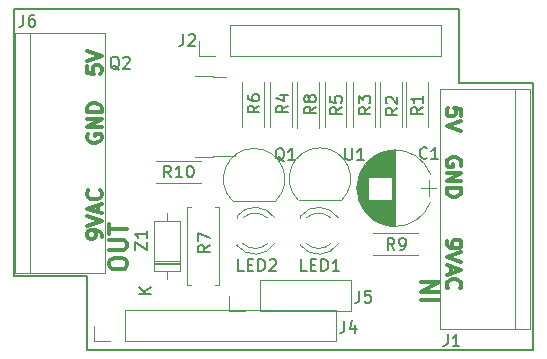
<source format=gto>
G04 #@! TF.GenerationSoftware,KiCad,Pcbnew,7.0.1-3b83917a11~172~ubuntu20.04.1*
G04 #@! TF.CreationDate,2023-04-02T22:20:07+02:00*
G04 #@! TF.ProjectId,C64Saver2,43363453-6176-4657-9232-2e6b69636164,2.6*
G04 #@! TF.SameCoordinates,Original*
G04 #@! TF.FileFunction,Legend,Top*
G04 #@! TF.FilePolarity,Positive*
%FSLAX46Y46*%
G04 Gerber Fmt 4.6, Leading zero omitted, Abs format (unit mm)*
G04 Created by KiCad (PCBNEW 7.0.1-3b83917a11~172~ubuntu20.04.1) date 2023-04-02 22:20:07*
%MOMM*%
%LPD*%
G01*
G04 APERTURE LIST*
%ADD10C,0.300000*%
%ADD11C,0.150000*%
%ADD12C,0.120000*%
G04 #@! TA.AperFunction,Profile*
%ADD13C,0.150000*%
G04 #@! TD*
G04 APERTURE END LIST*
D10*
X146648273Y-88503094D02*
X146648273Y-89098332D01*
X146648273Y-89098332D02*
X147243511Y-89157856D01*
X147243511Y-89157856D02*
X147183988Y-89098332D01*
X147183988Y-89098332D02*
X147124464Y-88979285D01*
X147124464Y-88979285D02*
X147124464Y-88681666D01*
X147124464Y-88681666D02*
X147183988Y-88562618D01*
X147183988Y-88562618D02*
X147243511Y-88503094D01*
X147243511Y-88503094D02*
X147362559Y-88443571D01*
X147362559Y-88443571D02*
X147660178Y-88443571D01*
X147660178Y-88443571D02*
X147779226Y-88503094D01*
X147779226Y-88503094D02*
X147838750Y-88562618D01*
X147838750Y-88562618D02*
X147898273Y-88681666D01*
X147898273Y-88681666D02*
X147898273Y-88979285D01*
X147898273Y-88979285D02*
X147838750Y-89098332D01*
X147838750Y-89098332D02*
X147779226Y-89157856D01*
X146648273Y-88086428D02*
X147898273Y-87669761D01*
X147898273Y-87669761D02*
X146648273Y-87253095D01*
X146707797Y-94297381D02*
X146648273Y-94416428D01*
X146648273Y-94416428D02*
X146648273Y-94595000D01*
X146648273Y-94595000D02*
X146707797Y-94773571D01*
X146707797Y-94773571D02*
X146826845Y-94892619D01*
X146826845Y-94892619D02*
X146945892Y-94952142D01*
X146945892Y-94952142D02*
X147183988Y-95011666D01*
X147183988Y-95011666D02*
X147362559Y-95011666D01*
X147362559Y-95011666D02*
X147600654Y-94952142D01*
X147600654Y-94952142D02*
X147719702Y-94892619D01*
X147719702Y-94892619D02*
X147838750Y-94773571D01*
X147838750Y-94773571D02*
X147898273Y-94595000D01*
X147898273Y-94595000D02*
X147898273Y-94475952D01*
X147898273Y-94475952D02*
X147838750Y-94297381D01*
X147838750Y-94297381D02*
X147779226Y-94237857D01*
X147779226Y-94237857D02*
X147362559Y-94237857D01*
X147362559Y-94237857D02*
X147362559Y-94475952D01*
X147898273Y-93702142D02*
X146648273Y-93702142D01*
X146648273Y-93702142D02*
X147898273Y-92987857D01*
X147898273Y-92987857D02*
X146648273Y-92987857D01*
X147898273Y-92392618D02*
X146648273Y-92392618D01*
X146648273Y-92392618D02*
X146648273Y-92094999D01*
X146648273Y-92094999D02*
X146707797Y-91916428D01*
X146707797Y-91916428D02*
X146826845Y-91797380D01*
X146826845Y-91797380D02*
X146945892Y-91737857D01*
X146945892Y-91737857D02*
X147183988Y-91678333D01*
X147183988Y-91678333D02*
X147362559Y-91678333D01*
X147362559Y-91678333D02*
X147600654Y-91737857D01*
X147600654Y-91737857D02*
X147719702Y-91797380D01*
X147719702Y-91797380D02*
X147838750Y-91916428D01*
X147838750Y-91916428D02*
X147898273Y-92094999D01*
X147898273Y-92094999D02*
X147898273Y-92392618D01*
X147898273Y-103026524D02*
X147898273Y-102788428D01*
X147898273Y-102788428D02*
X147838750Y-102669381D01*
X147838750Y-102669381D02*
X147779226Y-102609857D01*
X147779226Y-102609857D02*
X147600654Y-102490809D01*
X147600654Y-102490809D02*
X147362559Y-102431286D01*
X147362559Y-102431286D02*
X146886369Y-102431286D01*
X146886369Y-102431286D02*
X146767321Y-102490809D01*
X146767321Y-102490809D02*
X146707797Y-102550333D01*
X146707797Y-102550333D02*
X146648273Y-102669381D01*
X146648273Y-102669381D02*
X146648273Y-102907476D01*
X146648273Y-102907476D02*
X146707797Y-103026524D01*
X146707797Y-103026524D02*
X146767321Y-103086047D01*
X146767321Y-103086047D02*
X146886369Y-103145571D01*
X146886369Y-103145571D02*
X147183988Y-103145571D01*
X147183988Y-103145571D02*
X147303035Y-103086047D01*
X147303035Y-103086047D02*
X147362559Y-103026524D01*
X147362559Y-103026524D02*
X147422083Y-102907476D01*
X147422083Y-102907476D02*
X147422083Y-102669381D01*
X147422083Y-102669381D02*
X147362559Y-102550333D01*
X147362559Y-102550333D02*
X147303035Y-102490809D01*
X147303035Y-102490809D02*
X147183988Y-102431286D01*
X146648273Y-102074143D02*
X147898273Y-101657476D01*
X147898273Y-101657476D02*
X146648273Y-101240810D01*
X147541130Y-100883666D02*
X147541130Y-100288428D01*
X147898273Y-101002714D02*
X146648273Y-100586047D01*
X146648273Y-100586047D02*
X147898273Y-100169381D01*
X147779226Y-99038428D02*
X147838750Y-99097952D01*
X147838750Y-99097952D02*
X147898273Y-99276523D01*
X147898273Y-99276523D02*
X147898273Y-99395571D01*
X147898273Y-99395571D02*
X147838750Y-99574142D01*
X147838750Y-99574142D02*
X147719702Y-99693190D01*
X147719702Y-99693190D02*
X147600654Y-99752713D01*
X147600654Y-99752713D02*
X147362559Y-99812237D01*
X147362559Y-99812237D02*
X147183988Y-99812237D01*
X147183988Y-99812237D02*
X146945892Y-99752713D01*
X146945892Y-99752713D02*
X146826845Y-99693190D01*
X146826845Y-99693190D02*
X146707797Y-99574142D01*
X146707797Y-99574142D02*
X146648273Y-99395571D01*
X146648273Y-99395571D02*
X146648273Y-99276523D01*
X146648273Y-99276523D02*
X146707797Y-99097952D01*
X146707797Y-99097952D02*
X146767321Y-99038428D01*
X148545928Y-105385999D02*
X148545928Y-105100285D01*
X148545928Y-105100285D02*
X148617357Y-104957428D01*
X148617357Y-104957428D02*
X148760214Y-104814571D01*
X148760214Y-104814571D02*
X149045928Y-104743142D01*
X149045928Y-104743142D02*
X149545928Y-104743142D01*
X149545928Y-104743142D02*
X149831642Y-104814571D01*
X149831642Y-104814571D02*
X149974500Y-104957428D01*
X149974500Y-104957428D02*
X150045928Y-105100285D01*
X150045928Y-105100285D02*
X150045928Y-105385999D01*
X150045928Y-105385999D02*
X149974500Y-105528857D01*
X149974500Y-105528857D02*
X149831642Y-105671714D01*
X149831642Y-105671714D02*
X149545928Y-105743142D01*
X149545928Y-105743142D02*
X149045928Y-105743142D01*
X149045928Y-105743142D02*
X148760214Y-105671714D01*
X148760214Y-105671714D02*
X148617357Y-105528857D01*
X148617357Y-105528857D02*
X148545928Y-105385999D01*
X148545928Y-104100285D02*
X149760214Y-104100285D01*
X149760214Y-104100285D02*
X149903071Y-104028856D01*
X149903071Y-104028856D02*
X149974500Y-103957428D01*
X149974500Y-103957428D02*
X150045928Y-103814570D01*
X150045928Y-103814570D02*
X150045928Y-103528856D01*
X150045928Y-103528856D02*
X149974500Y-103385999D01*
X149974500Y-103385999D02*
X149903071Y-103314570D01*
X149903071Y-103314570D02*
X149760214Y-103243142D01*
X149760214Y-103243142D02*
X148545928Y-103243142D01*
X148545928Y-102743141D02*
X148545928Y-101885999D01*
X150045928Y-102314570D02*
X148545928Y-102314570D01*
X176461928Y-108354714D02*
X174961928Y-108354714D01*
X176461928Y-107640428D02*
X174961928Y-107640428D01*
X174961928Y-107640428D02*
X176461928Y-106783285D01*
X176461928Y-106783285D02*
X174961928Y-106783285D01*
X178285202Y-96964618D02*
X178344726Y-96845571D01*
X178344726Y-96845571D02*
X178344726Y-96666999D01*
X178344726Y-96666999D02*
X178285202Y-96488428D01*
X178285202Y-96488428D02*
X178166154Y-96369380D01*
X178166154Y-96369380D02*
X178047107Y-96309857D01*
X178047107Y-96309857D02*
X177809011Y-96250333D01*
X177809011Y-96250333D02*
X177630440Y-96250333D01*
X177630440Y-96250333D02*
X177392345Y-96309857D01*
X177392345Y-96309857D02*
X177273297Y-96369380D01*
X177273297Y-96369380D02*
X177154250Y-96488428D01*
X177154250Y-96488428D02*
X177094726Y-96666999D01*
X177094726Y-96666999D02*
X177094726Y-96786047D01*
X177094726Y-96786047D02*
X177154250Y-96964618D01*
X177154250Y-96964618D02*
X177213773Y-97024142D01*
X177213773Y-97024142D02*
X177630440Y-97024142D01*
X177630440Y-97024142D02*
X177630440Y-96786047D01*
X177094726Y-97559857D02*
X178344726Y-97559857D01*
X178344726Y-97559857D02*
X177094726Y-98274142D01*
X177094726Y-98274142D02*
X178344726Y-98274142D01*
X177094726Y-98869381D02*
X178344726Y-98869381D01*
X178344726Y-98869381D02*
X178344726Y-99167000D01*
X178344726Y-99167000D02*
X178285202Y-99345571D01*
X178285202Y-99345571D02*
X178166154Y-99464619D01*
X178166154Y-99464619D02*
X178047107Y-99524142D01*
X178047107Y-99524142D02*
X177809011Y-99583666D01*
X177809011Y-99583666D02*
X177630440Y-99583666D01*
X177630440Y-99583666D02*
X177392345Y-99524142D01*
X177392345Y-99524142D02*
X177273297Y-99464619D01*
X177273297Y-99464619D02*
X177154250Y-99345571D01*
X177154250Y-99345571D02*
X177094726Y-99167000D01*
X177094726Y-99167000D02*
X177094726Y-98869381D01*
X177094726Y-103348475D02*
X177094726Y-103586571D01*
X177094726Y-103586571D02*
X177154250Y-103705618D01*
X177154250Y-103705618D02*
X177213773Y-103765142D01*
X177213773Y-103765142D02*
X177392345Y-103884190D01*
X177392345Y-103884190D02*
X177630440Y-103943713D01*
X177630440Y-103943713D02*
X178106630Y-103943713D01*
X178106630Y-103943713D02*
X178225678Y-103884190D01*
X178225678Y-103884190D02*
X178285202Y-103824666D01*
X178285202Y-103824666D02*
X178344726Y-103705618D01*
X178344726Y-103705618D02*
X178344726Y-103467523D01*
X178344726Y-103467523D02*
X178285202Y-103348475D01*
X178285202Y-103348475D02*
X178225678Y-103288952D01*
X178225678Y-103288952D02*
X178106630Y-103229428D01*
X178106630Y-103229428D02*
X177809011Y-103229428D01*
X177809011Y-103229428D02*
X177689964Y-103288952D01*
X177689964Y-103288952D02*
X177630440Y-103348475D01*
X177630440Y-103348475D02*
X177570916Y-103467523D01*
X177570916Y-103467523D02*
X177570916Y-103705618D01*
X177570916Y-103705618D02*
X177630440Y-103824666D01*
X177630440Y-103824666D02*
X177689964Y-103884190D01*
X177689964Y-103884190D02*
X177809011Y-103943713D01*
X178344726Y-104300856D02*
X177094726Y-104717523D01*
X177094726Y-104717523D02*
X178344726Y-105134189D01*
X177451869Y-105491333D02*
X177451869Y-106086571D01*
X177094726Y-105372285D02*
X178344726Y-105788952D01*
X178344726Y-105788952D02*
X177094726Y-106205618D01*
X177213773Y-107336571D02*
X177154250Y-107277047D01*
X177154250Y-107277047D02*
X177094726Y-107098476D01*
X177094726Y-107098476D02*
X177094726Y-106979428D01*
X177094726Y-106979428D02*
X177154250Y-106800857D01*
X177154250Y-106800857D02*
X177273297Y-106681809D01*
X177273297Y-106681809D02*
X177392345Y-106622286D01*
X177392345Y-106622286D02*
X177630440Y-106562762D01*
X177630440Y-106562762D02*
X177809011Y-106562762D01*
X177809011Y-106562762D02*
X178047107Y-106622286D01*
X178047107Y-106622286D02*
X178166154Y-106681809D01*
X178166154Y-106681809D02*
X178285202Y-106800857D01*
X178285202Y-106800857D02*
X178344726Y-106979428D01*
X178344726Y-106979428D02*
X178344726Y-107098476D01*
X178344726Y-107098476D02*
X178285202Y-107277047D01*
X178285202Y-107277047D02*
X178225678Y-107336571D01*
X178344726Y-92725905D02*
X178344726Y-92130667D01*
X178344726Y-92130667D02*
X177749488Y-92071143D01*
X177749488Y-92071143D02*
X177809011Y-92130667D01*
X177809011Y-92130667D02*
X177868535Y-92249714D01*
X177868535Y-92249714D02*
X177868535Y-92547333D01*
X177868535Y-92547333D02*
X177809011Y-92666381D01*
X177809011Y-92666381D02*
X177749488Y-92725905D01*
X177749488Y-92725905D02*
X177630440Y-92785428D01*
X177630440Y-92785428D02*
X177332821Y-92785428D01*
X177332821Y-92785428D02*
X177213773Y-92725905D01*
X177213773Y-92725905D02*
X177154250Y-92666381D01*
X177154250Y-92666381D02*
X177094726Y-92547333D01*
X177094726Y-92547333D02*
X177094726Y-92249714D01*
X177094726Y-92249714D02*
X177154250Y-92130667D01*
X177154250Y-92130667D02*
X177213773Y-92071143D01*
X178344726Y-93142571D02*
X177094726Y-93559238D01*
X177094726Y-93559238D02*
X178344726Y-93975904D01*
D11*
X141271666Y-84171619D02*
X141271666Y-84885904D01*
X141271666Y-84885904D02*
X141224047Y-85028761D01*
X141224047Y-85028761D02*
X141128809Y-85124000D01*
X141128809Y-85124000D02*
X140985952Y-85171619D01*
X140985952Y-85171619D02*
X140890714Y-85171619D01*
X142176428Y-84171619D02*
X141985952Y-84171619D01*
X141985952Y-84171619D02*
X141890714Y-84219238D01*
X141890714Y-84219238D02*
X141843095Y-84266857D01*
X141843095Y-84266857D02*
X141747857Y-84409714D01*
X141747857Y-84409714D02*
X141700238Y-84600190D01*
X141700238Y-84600190D02*
X141700238Y-84981142D01*
X141700238Y-84981142D02*
X141747857Y-85076380D01*
X141747857Y-85076380D02*
X141795476Y-85124000D01*
X141795476Y-85124000D02*
X141890714Y-85171619D01*
X141890714Y-85171619D02*
X142081190Y-85171619D01*
X142081190Y-85171619D02*
X142176428Y-85124000D01*
X142176428Y-85124000D02*
X142224047Y-85076380D01*
X142224047Y-85076380D02*
X142271666Y-84981142D01*
X142271666Y-84981142D02*
X142271666Y-84743047D01*
X142271666Y-84743047D02*
X142224047Y-84647809D01*
X142224047Y-84647809D02*
X142176428Y-84600190D01*
X142176428Y-84600190D02*
X142081190Y-84552571D01*
X142081190Y-84552571D02*
X141890714Y-84552571D01*
X141890714Y-84552571D02*
X141795476Y-84600190D01*
X141795476Y-84600190D02*
X141747857Y-84647809D01*
X141747857Y-84647809D02*
X141700238Y-84743047D01*
X177184726Y-111222619D02*
X177184726Y-111936904D01*
X177184726Y-111936904D02*
X177137107Y-112079761D01*
X177137107Y-112079761D02*
X177041869Y-112175000D01*
X177041869Y-112175000D02*
X176899012Y-112222619D01*
X176899012Y-112222619D02*
X176803774Y-112222619D01*
X178184726Y-112222619D02*
X177613298Y-112222619D01*
X177899012Y-112222619D02*
X177899012Y-111222619D01*
X177899012Y-111222619D02*
X177803774Y-111365476D01*
X177803774Y-111365476D02*
X177708536Y-111460714D01*
X177708536Y-111460714D02*
X177613298Y-111508333D01*
X175432269Y-96290470D02*
X175384650Y-96338090D01*
X175384650Y-96338090D02*
X175241793Y-96385709D01*
X175241793Y-96385709D02*
X175146555Y-96385709D01*
X175146555Y-96385709D02*
X175003698Y-96338090D01*
X175003698Y-96338090D02*
X174908460Y-96242851D01*
X174908460Y-96242851D02*
X174860841Y-96147613D01*
X174860841Y-96147613D02*
X174813222Y-95957137D01*
X174813222Y-95957137D02*
X174813222Y-95814280D01*
X174813222Y-95814280D02*
X174860841Y-95623804D01*
X174860841Y-95623804D02*
X174908460Y-95528566D01*
X174908460Y-95528566D02*
X175003698Y-95433328D01*
X175003698Y-95433328D02*
X175146555Y-95385709D01*
X175146555Y-95385709D02*
X175241793Y-95385709D01*
X175241793Y-95385709D02*
X175384650Y-95433328D01*
X175384650Y-95433328D02*
X175432269Y-95480947D01*
X176384650Y-96385709D02*
X175813222Y-96385709D01*
X176098936Y-96385709D02*
X176098936Y-95385709D01*
X176098936Y-95385709D02*
X176003698Y-95528566D01*
X176003698Y-95528566D02*
X175908460Y-95623804D01*
X175908460Y-95623804D02*
X175813222Y-95671423D01*
X149380361Y-88822857D02*
X149285123Y-88775238D01*
X149285123Y-88775238D02*
X149189885Y-88680000D01*
X149189885Y-88680000D02*
X149047028Y-88537142D01*
X149047028Y-88537142D02*
X148951790Y-88489523D01*
X148951790Y-88489523D02*
X148856552Y-88489523D01*
X148904171Y-88727619D02*
X148808933Y-88680000D01*
X148808933Y-88680000D02*
X148713695Y-88584761D01*
X148713695Y-88584761D02*
X148666076Y-88394285D01*
X148666076Y-88394285D02*
X148666076Y-88060952D01*
X148666076Y-88060952D02*
X148713695Y-87870476D01*
X148713695Y-87870476D02*
X148808933Y-87775238D01*
X148808933Y-87775238D02*
X148904171Y-87727619D01*
X148904171Y-87727619D02*
X149094647Y-87727619D01*
X149094647Y-87727619D02*
X149189885Y-87775238D01*
X149189885Y-87775238D02*
X149285123Y-87870476D01*
X149285123Y-87870476D02*
X149332742Y-88060952D01*
X149332742Y-88060952D02*
X149332742Y-88394285D01*
X149332742Y-88394285D02*
X149285123Y-88584761D01*
X149285123Y-88584761D02*
X149189885Y-88680000D01*
X149189885Y-88680000D02*
X149094647Y-88727619D01*
X149094647Y-88727619D02*
X148904171Y-88727619D01*
X149713695Y-87822857D02*
X149761314Y-87775238D01*
X149761314Y-87775238D02*
X149856552Y-87727619D01*
X149856552Y-87727619D02*
X150094647Y-87727619D01*
X150094647Y-87727619D02*
X150189885Y-87775238D01*
X150189885Y-87775238D02*
X150237504Y-87822857D01*
X150237504Y-87822857D02*
X150285123Y-87918095D01*
X150285123Y-87918095D02*
X150285123Y-88013333D01*
X150285123Y-88013333D02*
X150237504Y-88156190D01*
X150237504Y-88156190D02*
X149666076Y-88727619D01*
X149666076Y-88727619D02*
X150285123Y-88727619D01*
X154816666Y-85822619D02*
X154816666Y-86536904D01*
X154816666Y-86536904D02*
X154769047Y-86679761D01*
X154769047Y-86679761D02*
X154673809Y-86775000D01*
X154673809Y-86775000D02*
X154530952Y-86822619D01*
X154530952Y-86822619D02*
X154435714Y-86822619D01*
X155245238Y-85917857D02*
X155292857Y-85870238D01*
X155292857Y-85870238D02*
X155388095Y-85822619D01*
X155388095Y-85822619D02*
X155626190Y-85822619D01*
X155626190Y-85822619D02*
X155721428Y-85870238D01*
X155721428Y-85870238D02*
X155769047Y-85917857D01*
X155769047Y-85917857D02*
X155816666Y-86013095D01*
X155816666Y-86013095D02*
X155816666Y-86108333D01*
X155816666Y-86108333D02*
X155769047Y-86251190D01*
X155769047Y-86251190D02*
X155197619Y-86822619D01*
X155197619Y-86822619D02*
X155816666Y-86822619D01*
X168449666Y-110079619D02*
X168449666Y-110793904D01*
X168449666Y-110793904D02*
X168402047Y-110936761D01*
X168402047Y-110936761D02*
X168306809Y-111032000D01*
X168306809Y-111032000D02*
X168163952Y-111079619D01*
X168163952Y-111079619D02*
X168068714Y-111079619D01*
X169354428Y-110412952D02*
X169354428Y-111079619D01*
X169116333Y-110032000D02*
X168878238Y-110746285D01*
X168878238Y-110746285D02*
X169497285Y-110746285D01*
X169719666Y-107539619D02*
X169719666Y-108253904D01*
X169719666Y-108253904D02*
X169672047Y-108396761D01*
X169672047Y-108396761D02*
X169576809Y-108492000D01*
X169576809Y-108492000D02*
X169433952Y-108539619D01*
X169433952Y-108539619D02*
X169338714Y-108539619D01*
X170672047Y-107539619D02*
X170195857Y-107539619D01*
X170195857Y-107539619D02*
X170148238Y-108015809D01*
X170148238Y-108015809D02*
X170195857Y-107968190D01*
X170195857Y-107968190D02*
X170291095Y-107920571D01*
X170291095Y-107920571D02*
X170529190Y-107920571D01*
X170529190Y-107920571D02*
X170624428Y-107968190D01*
X170624428Y-107968190D02*
X170672047Y-108015809D01*
X170672047Y-108015809D02*
X170719666Y-108111047D01*
X170719666Y-108111047D02*
X170719666Y-108349142D01*
X170719666Y-108349142D02*
X170672047Y-108444380D01*
X170672047Y-108444380D02*
X170624428Y-108492000D01*
X170624428Y-108492000D02*
X170529190Y-108539619D01*
X170529190Y-108539619D02*
X170291095Y-108539619D01*
X170291095Y-108539619D02*
X170195857Y-108492000D01*
X170195857Y-108492000D02*
X170148238Y-108444380D01*
X175087619Y-91987666D02*
X174611428Y-92320999D01*
X175087619Y-92559094D02*
X174087619Y-92559094D01*
X174087619Y-92559094D02*
X174087619Y-92178142D01*
X174087619Y-92178142D02*
X174135238Y-92082904D01*
X174135238Y-92082904D02*
X174182857Y-92035285D01*
X174182857Y-92035285D02*
X174278095Y-91987666D01*
X174278095Y-91987666D02*
X174420952Y-91987666D01*
X174420952Y-91987666D02*
X174516190Y-92035285D01*
X174516190Y-92035285D02*
X174563809Y-92082904D01*
X174563809Y-92082904D02*
X174611428Y-92178142D01*
X174611428Y-92178142D02*
X174611428Y-92559094D01*
X175087619Y-91035285D02*
X175087619Y-91606713D01*
X175087619Y-91320999D02*
X174087619Y-91320999D01*
X174087619Y-91320999D02*
X174230476Y-91416237D01*
X174230476Y-91416237D02*
X174325714Y-91511475D01*
X174325714Y-91511475D02*
X174373333Y-91606713D01*
X172928619Y-92063866D02*
X172452428Y-92397199D01*
X172928619Y-92635294D02*
X171928619Y-92635294D01*
X171928619Y-92635294D02*
X171928619Y-92254342D01*
X171928619Y-92254342D02*
X171976238Y-92159104D01*
X171976238Y-92159104D02*
X172023857Y-92111485D01*
X172023857Y-92111485D02*
X172119095Y-92063866D01*
X172119095Y-92063866D02*
X172261952Y-92063866D01*
X172261952Y-92063866D02*
X172357190Y-92111485D01*
X172357190Y-92111485D02*
X172404809Y-92159104D01*
X172404809Y-92159104D02*
X172452428Y-92254342D01*
X172452428Y-92254342D02*
X172452428Y-92635294D01*
X172023857Y-91682913D02*
X171976238Y-91635294D01*
X171976238Y-91635294D02*
X171928619Y-91540056D01*
X171928619Y-91540056D02*
X171928619Y-91301961D01*
X171928619Y-91301961D02*
X171976238Y-91206723D01*
X171976238Y-91206723D02*
X172023857Y-91159104D01*
X172023857Y-91159104D02*
X172119095Y-91111485D01*
X172119095Y-91111485D02*
X172214333Y-91111485D01*
X172214333Y-91111485D02*
X172357190Y-91159104D01*
X172357190Y-91159104D02*
X172928619Y-91730532D01*
X172928619Y-91730532D02*
X172928619Y-91111485D01*
X170642619Y-91987666D02*
X170166428Y-92320999D01*
X170642619Y-92559094D02*
X169642619Y-92559094D01*
X169642619Y-92559094D02*
X169642619Y-92178142D01*
X169642619Y-92178142D02*
X169690238Y-92082904D01*
X169690238Y-92082904D02*
X169737857Y-92035285D01*
X169737857Y-92035285D02*
X169833095Y-91987666D01*
X169833095Y-91987666D02*
X169975952Y-91987666D01*
X169975952Y-91987666D02*
X170071190Y-92035285D01*
X170071190Y-92035285D02*
X170118809Y-92082904D01*
X170118809Y-92082904D02*
X170166428Y-92178142D01*
X170166428Y-92178142D02*
X170166428Y-92559094D01*
X169642619Y-91654332D02*
X169642619Y-91035285D01*
X169642619Y-91035285D02*
X170023571Y-91368618D01*
X170023571Y-91368618D02*
X170023571Y-91225761D01*
X170023571Y-91225761D02*
X170071190Y-91130523D01*
X170071190Y-91130523D02*
X170118809Y-91082904D01*
X170118809Y-91082904D02*
X170214047Y-91035285D01*
X170214047Y-91035285D02*
X170452142Y-91035285D01*
X170452142Y-91035285D02*
X170547380Y-91082904D01*
X170547380Y-91082904D02*
X170595000Y-91130523D01*
X170595000Y-91130523D02*
X170642619Y-91225761D01*
X170642619Y-91225761D02*
X170642619Y-91511475D01*
X170642619Y-91511475D02*
X170595000Y-91606713D01*
X170595000Y-91606713D02*
X170547380Y-91654332D01*
X163657619Y-91860666D02*
X163181428Y-92193999D01*
X163657619Y-92432094D02*
X162657619Y-92432094D01*
X162657619Y-92432094D02*
X162657619Y-92051142D01*
X162657619Y-92051142D02*
X162705238Y-91955904D01*
X162705238Y-91955904D02*
X162752857Y-91908285D01*
X162752857Y-91908285D02*
X162848095Y-91860666D01*
X162848095Y-91860666D02*
X162990952Y-91860666D01*
X162990952Y-91860666D02*
X163086190Y-91908285D01*
X163086190Y-91908285D02*
X163133809Y-91955904D01*
X163133809Y-91955904D02*
X163181428Y-92051142D01*
X163181428Y-92051142D02*
X163181428Y-92432094D01*
X162990952Y-91003523D02*
X163657619Y-91003523D01*
X162610000Y-91241618D02*
X163324285Y-91479713D01*
X163324285Y-91479713D02*
X163324285Y-90860666D01*
X168229619Y-91987666D02*
X167753428Y-92320999D01*
X168229619Y-92559094D02*
X167229619Y-92559094D01*
X167229619Y-92559094D02*
X167229619Y-92178142D01*
X167229619Y-92178142D02*
X167277238Y-92082904D01*
X167277238Y-92082904D02*
X167324857Y-92035285D01*
X167324857Y-92035285D02*
X167420095Y-91987666D01*
X167420095Y-91987666D02*
X167562952Y-91987666D01*
X167562952Y-91987666D02*
X167658190Y-92035285D01*
X167658190Y-92035285D02*
X167705809Y-92082904D01*
X167705809Y-92082904D02*
X167753428Y-92178142D01*
X167753428Y-92178142D02*
X167753428Y-92559094D01*
X167229619Y-91082904D02*
X167229619Y-91559094D01*
X167229619Y-91559094D02*
X167705809Y-91606713D01*
X167705809Y-91606713D02*
X167658190Y-91559094D01*
X167658190Y-91559094D02*
X167610571Y-91463856D01*
X167610571Y-91463856D02*
X167610571Y-91225761D01*
X167610571Y-91225761D02*
X167658190Y-91130523D01*
X167658190Y-91130523D02*
X167705809Y-91082904D01*
X167705809Y-91082904D02*
X167801047Y-91035285D01*
X167801047Y-91035285D02*
X168039142Y-91035285D01*
X168039142Y-91035285D02*
X168134380Y-91082904D01*
X168134380Y-91082904D02*
X168182000Y-91130523D01*
X168182000Y-91130523D02*
X168229619Y-91225761D01*
X168229619Y-91225761D02*
X168229619Y-91463856D01*
X168229619Y-91463856D02*
X168182000Y-91559094D01*
X168182000Y-91559094D02*
X168134380Y-91606713D01*
X161244619Y-91860666D02*
X160768428Y-92193999D01*
X161244619Y-92432094D02*
X160244619Y-92432094D01*
X160244619Y-92432094D02*
X160244619Y-92051142D01*
X160244619Y-92051142D02*
X160292238Y-91955904D01*
X160292238Y-91955904D02*
X160339857Y-91908285D01*
X160339857Y-91908285D02*
X160435095Y-91860666D01*
X160435095Y-91860666D02*
X160577952Y-91860666D01*
X160577952Y-91860666D02*
X160673190Y-91908285D01*
X160673190Y-91908285D02*
X160720809Y-91955904D01*
X160720809Y-91955904D02*
X160768428Y-92051142D01*
X160768428Y-92051142D02*
X160768428Y-92432094D01*
X160244619Y-91003523D02*
X160244619Y-91193999D01*
X160244619Y-91193999D02*
X160292238Y-91289237D01*
X160292238Y-91289237D02*
X160339857Y-91336856D01*
X160339857Y-91336856D02*
X160482714Y-91432094D01*
X160482714Y-91432094D02*
X160673190Y-91479713D01*
X160673190Y-91479713D02*
X161054142Y-91479713D01*
X161054142Y-91479713D02*
X161149380Y-91432094D01*
X161149380Y-91432094D02*
X161197000Y-91384475D01*
X161197000Y-91384475D02*
X161244619Y-91289237D01*
X161244619Y-91289237D02*
X161244619Y-91098761D01*
X161244619Y-91098761D02*
X161197000Y-91003523D01*
X161197000Y-91003523D02*
X161149380Y-90955904D01*
X161149380Y-90955904D02*
X161054142Y-90908285D01*
X161054142Y-90908285D02*
X160816047Y-90908285D01*
X160816047Y-90908285D02*
X160720809Y-90955904D01*
X160720809Y-90955904D02*
X160673190Y-91003523D01*
X160673190Y-91003523D02*
X160625571Y-91098761D01*
X160625571Y-91098761D02*
X160625571Y-91289237D01*
X160625571Y-91289237D02*
X160673190Y-91384475D01*
X160673190Y-91384475D02*
X160720809Y-91432094D01*
X160720809Y-91432094D02*
X160816047Y-91479713D01*
X157053619Y-103671666D02*
X156577428Y-104004999D01*
X157053619Y-104243094D02*
X156053619Y-104243094D01*
X156053619Y-104243094D02*
X156053619Y-103862142D01*
X156053619Y-103862142D02*
X156101238Y-103766904D01*
X156101238Y-103766904D02*
X156148857Y-103719285D01*
X156148857Y-103719285D02*
X156244095Y-103671666D01*
X156244095Y-103671666D02*
X156386952Y-103671666D01*
X156386952Y-103671666D02*
X156482190Y-103719285D01*
X156482190Y-103719285D02*
X156529809Y-103766904D01*
X156529809Y-103766904D02*
X156577428Y-103862142D01*
X156577428Y-103862142D02*
X156577428Y-104243094D01*
X156053619Y-103338332D02*
X156053619Y-102671666D01*
X156053619Y-102671666D02*
X157053619Y-103100237D01*
X166019819Y-91962266D02*
X165543628Y-92295599D01*
X166019819Y-92533694D02*
X165019819Y-92533694D01*
X165019819Y-92533694D02*
X165019819Y-92152742D01*
X165019819Y-92152742D02*
X165067438Y-92057504D01*
X165067438Y-92057504D02*
X165115057Y-92009885D01*
X165115057Y-92009885D02*
X165210295Y-91962266D01*
X165210295Y-91962266D02*
X165353152Y-91962266D01*
X165353152Y-91962266D02*
X165448390Y-92009885D01*
X165448390Y-92009885D02*
X165496009Y-92057504D01*
X165496009Y-92057504D02*
X165543628Y-92152742D01*
X165543628Y-92152742D02*
X165543628Y-92533694D01*
X165448390Y-91390837D02*
X165400771Y-91486075D01*
X165400771Y-91486075D02*
X165353152Y-91533694D01*
X165353152Y-91533694D02*
X165257914Y-91581313D01*
X165257914Y-91581313D02*
X165210295Y-91581313D01*
X165210295Y-91581313D02*
X165115057Y-91533694D01*
X165115057Y-91533694D02*
X165067438Y-91486075D01*
X165067438Y-91486075D02*
X165019819Y-91390837D01*
X165019819Y-91390837D02*
X165019819Y-91200361D01*
X165019819Y-91200361D02*
X165067438Y-91105123D01*
X165067438Y-91105123D02*
X165115057Y-91057504D01*
X165115057Y-91057504D02*
X165210295Y-91009885D01*
X165210295Y-91009885D02*
X165257914Y-91009885D01*
X165257914Y-91009885D02*
X165353152Y-91057504D01*
X165353152Y-91057504D02*
X165400771Y-91105123D01*
X165400771Y-91105123D02*
X165448390Y-91200361D01*
X165448390Y-91200361D02*
X165448390Y-91390837D01*
X165448390Y-91390837D02*
X165496009Y-91486075D01*
X165496009Y-91486075D02*
X165543628Y-91533694D01*
X165543628Y-91533694D02*
X165638866Y-91581313D01*
X165638866Y-91581313D02*
X165829342Y-91581313D01*
X165829342Y-91581313D02*
X165924580Y-91533694D01*
X165924580Y-91533694D02*
X165972200Y-91486075D01*
X165972200Y-91486075D02*
X166019819Y-91390837D01*
X166019819Y-91390837D02*
X166019819Y-91200361D01*
X166019819Y-91200361D02*
X165972200Y-91105123D01*
X165972200Y-91105123D02*
X165924580Y-91057504D01*
X165924580Y-91057504D02*
X165829342Y-91009885D01*
X165829342Y-91009885D02*
X165638866Y-91009885D01*
X165638866Y-91009885D02*
X165543628Y-91057504D01*
X165543628Y-91057504D02*
X165496009Y-91105123D01*
X165496009Y-91105123D02*
X165448390Y-91200361D01*
X163353761Y-96569857D02*
X163258523Y-96522238D01*
X163258523Y-96522238D02*
X163163285Y-96427000D01*
X163163285Y-96427000D02*
X163020428Y-96284142D01*
X163020428Y-96284142D02*
X162925190Y-96236523D01*
X162925190Y-96236523D02*
X162829952Y-96236523D01*
X162877571Y-96474619D02*
X162782333Y-96427000D01*
X162782333Y-96427000D02*
X162687095Y-96331761D01*
X162687095Y-96331761D02*
X162639476Y-96141285D01*
X162639476Y-96141285D02*
X162639476Y-95807952D01*
X162639476Y-95807952D02*
X162687095Y-95617476D01*
X162687095Y-95617476D02*
X162782333Y-95522238D01*
X162782333Y-95522238D02*
X162877571Y-95474619D01*
X162877571Y-95474619D02*
X163068047Y-95474619D01*
X163068047Y-95474619D02*
X163163285Y-95522238D01*
X163163285Y-95522238D02*
X163258523Y-95617476D01*
X163258523Y-95617476D02*
X163306142Y-95807952D01*
X163306142Y-95807952D02*
X163306142Y-96141285D01*
X163306142Y-96141285D02*
X163258523Y-96331761D01*
X163258523Y-96331761D02*
X163163285Y-96427000D01*
X163163285Y-96427000D02*
X163068047Y-96474619D01*
X163068047Y-96474619D02*
X162877571Y-96474619D01*
X164258523Y-96474619D02*
X163687095Y-96474619D01*
X163972809Y-96474619D02*
X163972809Y-95474619D01*
X163972809Y-95474619D02*
X163877571Y-95617476D01*
X163877571Y-95617476D02*
X163782333Y-95712714D01*
X163782333Y-95712714D02*
X163687095Y-95760333D01*
X165250952Y-105872619D02*
X164774762Y-105872619D01*
X164774762Y-105872619D02*
X164774762Y-104872619D01*
X165584286Y-105348809D02*
X165917619Y-105348809D01*
X166060476Y-105872619D02*
X165584286Y-105872619D01*
X165584286Y-105872619D02*
X165584286Y-104872619D01*
X165584286Y-104872619D02*
X166060476Y-104872619D01*
X166489048Y-105872619D02*
X166489048Y-104872619D01*
X166489048Y-104872619D02*
X166727143Y-104872619D01*
X166727143Y-104872619D02*
X166870000Y-104920238D01*
X166870000Y-104920238D02*
X166965238Y-105015476D01*
X166965238Y-105015476D02*
X167012857Y-105110714D01*
X167012857Y-105110714D02*
X167060476Y-105301190D01*
X167060476Y-105301190D02*
X167060476Y-105444047D01*
X167060476Y-105444047D02*
X167012857Y-105634523D01*
X167012857Y-105634523D02*
X166965238Y-105729761D01*
X166965238Y-105729761D02*
X166870000Y-105825000D01*
X166870000Y-105825000D02*
X166727143Y-105872619D01*
X166727143Y-105872619D02*
X166489048Y-105872619D01*
X168012857Y-105872619D02*
X167441429Y-105872619D01*
X167727143Y-105872619D02*
X167727143Y-104872619D01*
X167727143Y-104872619D02*
X167631905Y-105015476D01*
X167631905Y-105015476D02*
X167536667Y-105110714D01*
X167536667Y-105110714D02*
X167441429Y-105158333D01*
X153763742Y-97947819D02*
X153430409Y-97471628D01*
X153192314Y-97947819D02*
X153192314Y-96947819D01*
X153192314Y-96947819D02*
X153573266Y-96947819D01*
X153573266Y-96947819D02*
X153668504Y-96995438D01*
X153668504Y-96995438D02*
X153716123Y-97043057D01*
X153716123Y-97043057D02*
X153763742Y-97138295D01*
X153763742Y-97138295D02*
X153763742Y-97281152D01*
X153763742Y-97281152D02*
X153716123Y-97376390D01*
X153716123Y-97376390D02*
X153668504Y-97424009D01*
X153668504Y-97424009D02*
X153573266Y-97471628D01*
X153573266Y-97471628D02*
X153192314Y-97471628D01*
X154716123Y-97947819D02*
X154144695Y-97947819D01*
X154430409Y-97947819D02*
X154430409Y-96947819D01*
X154430409Y-96947819D02*
X154335171Y-97090676D01*
X154335171Y-97090676D02*
X154239933Y-97185914D01*
X154239933Y-97185914D02*
X154144695Y-97233533D01*
X155335171Y-96947819D02*
X155430409Y-96947819D01*
X155430409Y-96947819D02*
X155525647Y-96995438D01*
X155525647Y-96995438D02*
X155573266Y-97043057D01*
X155573266Y-97043057D02*
X155620885Y-97138295D01*
X155620885Y-97138295D02*
X155668504Y-97328771D01*
X155668504Y-97328771D02*
X155668504Y-97566866D01*
X155668504Y-97566866D02*
X155620885Y-97757342D01*
X155620885Y-97757342D02*
X155573266Y-97852580D01*
X155573266Y-97852580D02*
X155525647Y-97900200D01*
X155525647Y-97900200D02*
X155430409Y-97947819D01*
X155430409Y-97947819D02*
X155335171Y-97947819D01*
X155335171Y-97947819D02*
X155239933Y-97900200D01*
X155239933Y-97900200D02*
X155192314Y-97852580D01*
X155192314Y-97852580D02*
X155144695Y-97757342D01*
X155144695Y-97757342D02*
X155097076Y-97566866D01*
X155097076Y-97566866D02*
X155097076Y-97328771D01*
X155097076Y-97328771D02*
X155144695Y-97138295D01*
X155144695Y-97138295D02*
X155192314Y-97043057D01*
X155192314Y-97043057D02*
X155239933Y-96995438D01*
X155239933Y-96995438D02*
X155335171Y-96947819D01*
X159916952Y-105872619D02*
X159440762Y-105872619D01*
X159440762Y-105872619D02*
X159440762Y-104872619D01*
X160250286Y-105348809D02*
X160583619Y-105348809D01*
X160726476Y-105872619D02*
X160250286Y-105872619D01*
X160250286Y-105872619D02*
X160250286Y-104872619D01*
X160250286Y-104872619D02*
X160726476Y-104872619D01*
X161155048Y-105872619D02*
X161155048Y-104872619D01*
X161155048Y-104872619D02*
X161393143Y-104872619D01*
X161393143Y-104872619D02*
X161536000Y-104920238D01*
X161536000Y-104920238D02*
X161631238Y-105015476D01*
X161631238Y-105015476D02*
X161678857Y-105110714D01*
X161678857Y-105110714D02*
X161726476Y-105301190D01*
X161726476Y-105301190D02*
X161726476Y-105444047D01*
X161726476Y-105444047D02*
X161678857Y-105634523D01*
X161678857Y-105634523D02*
X161631238Y-105729761D01*
X161631238Y-105729761D02*
X161536000Y-105825000D01*
X161536000Y-105825000D02*
X161393143Y-105872619D01*
X161393143Y-105872619D02*
X161155048Y-105872619D01*
X162107429Y-104967857D02*
X162155048Y-104920238D01*
X162155048Y-104920238D02*
X162250286Y-104872619D01*
X162250286Y-104872619D02*
X162488381Y-104872619D01*
X162488381Y-104872619D02*
X162583619Y-104920238D01*
X162583619Y-104920238D02*
X162631238Y-104967857D01*
X162631238Y-104967857D02*
X162678857Y-105063095D01*
X162678857Y-105063095D02*
X162678857Y-105158333D01*
X162678857Y-105158333D02*
X162631238Y-105301190D01*
X162631238Y-105301190D02*
X162059810Y-105872619D01*
X162059810Y-105872619D02*
X162678857Y-105872619D01*
X172680333Y-104094619D02*
X172347000Y-103618428D01*
X172108905Y-104094619D02*
X172108905Y-103094619D01*
X172108905Y-103094619D02*
X172489857Y-103094619D01*
X172489857Y-103094619D02*
X172585095Y-103142238D01*
X172585095Y-103142238D02*
X172632714Y-103189857D01*
X172632714Y-103189857D02*
X172680333Y-103285095D01*
X172680333Y-103285095D02*
X172680333Y-103427952D01*
X172680333Y-103427952D02*
X172632714Y-103523190D01*
X172632714Y-103523190D02*
X172585095Y-103570809D01*
X172585095Y-103570809D02*
X172489857Y-103618428D01*
X172489857Y-103618428D02*
X172108905Y-103618428D01*
X173156524Y-104094619D02*
X173347000Y-104094619D01*
X173347000Y-104094619D02*
X173442238Y-104047000D01*
X173442238Y-104047000D02*
X173489857Y-103999380D01*
X173489857Y-103999380D02*
X173585095Y-103856523D01*
X173585095Y-103856523D02*
X173632714Y-103666047D01*
X173632714Y-103666047D02*
X173632714Y-103285095D01*
X173632714Y-103285095D02*
X173585095Y-103189857D01*
X173585095Y-103189857D02*
X173537476Y-103142238D01*
X173537476Y-103142238D02*
X173442238Y-103094619D01*
X173442238Y-103094619D02*
X173251762Y-103094619D01*
X173251762Y-103094619D02*
X173156524Y-103142238D01*
X173156524Y-103142238D02*
X173108905Y-103189857D01*
X173108905Y-103189857D02*
X173061286Y-103285095D01*
X173061286Y-103285095D02*
X173061286Y-103523190D01*
X173061286Y-103523190D02*
X173108905Y-103618428D01*
X173108905Y-103618428D02*
X173156524Y-103666047D01*
X173156524Y-103666047D02*
X173251762Y-103713666D01*
X173251762Y-103713666D02*
X173442238Y-103713666D01*
X173442238Y-103713666D02*
X173537476Y-103666047D01*
X173537476Y-103666047D02*
X173585095Y-103618428D01*
X173585095Y-103618428D02*
X173632714Y-103523190D01*
X150719619Y-104060523D02*
X150719619Y-103393857D01*
X150719619Y-103393857D02*
X151719619Y-104060523D01*
X151719619Y-104060523D02*
X151719619Y-103393857D01*
X151719619Y-102489095D02*
X151719619Y-103060523D01*
X151719619Y-102774809D02*
X150719619Y-102774809D01*
X150719619Y-102774809D02*
X150862476Y-102870047D01*
X150862476Y-102870047D02*
X150957714Y-102965285D01*
X150957714Y-102965285D02*
X151005333Y-103060523D01*
X152078619Y-107830904D02*
X151078619Y-107830904D01*
X152078619Y-107259476D02*
X151507190Y-107688047D01*
X151078619Y-107259476D02*
X151650047Y-107830904D01*
X168529095Y-95474619D02*
X168529095Y-96284142D01*
X168529095Y-96284142D02*
X168576714Y-96379380D01*
X168576714Y-96379380D02*
X168624333Y-96427000D01*
X168624333Y-96427000D02*
X168719571Y-96474619D01*
X168719571Y-96474619D02*
X168910047Y-96474619D01*
X168910047Y-96474619D02*
X169005285Y-96427000D01*
X169005285Y-96427000D02*
X169052904Y-96379380D01*
X169052904Y-96379380D02*
X169100523Y-96284142D01*
X169100523Y-96284142D02*
X169100523Y-95474619D01*
X170100523Y-96474619D02*
X169529095Y-96474619D01*
X169814809Y-96474619D02*
X169814809Y-95474619D01*
X169814809Y-95474619D02*
X169719571Y-95617476D01*
X169719571Y-95617476D02*
X169624333Y-95712714D01*
X169624333Y-95712714D02*
X169529095Y-95760333D01*
D12*
X148209000Y-85725000D02*
X140589000Y-85725000D01*
X148209000Y-85725000D02*
X148209000Y-106045000D01*
X140589000Y-85725000D02*
X140589000Y-106045000D01*
X141859000Y-106045000D02*
X141859000Y-85725000D01*
X140589000Y-106045000D02*
X148209000Y-106045000D01*
X176530000Y-110744000D02*
X184150000Y-110744000D01*
X176530000Y-110744000D02*
X176530000Y-90424000D01*
X184150000Y-110744000D02*
X184150000Y-90424000D01*
X182880000Y-90424000D02*
X182880000Y-110744000D01*
X184150000Y-90424000D02*
X176530000Y-90424000D01*
X176170000Y-98856800D02*
X174970000Y-98856800D01*
X175570000Y-99506800D02*
X175570000Y-98206800D01*
X172720000Y-102056800D02*
X172720000Y-95656800D01*
X172680000Y-102056800D02*
X172680000Y-95656800D01*
X172640000Y-102056800D02*
X172640000Y-95656800D01*
X172600000Y-102054800D02*
X172600000Y-95658800D01*
X172560000Y-102053800D02*
X172560000Y-95659800D01*
X172520000Y-102050800D02*
X172520000Y-95662800D01*
X172480000Y-102048800D02*
X172480000Y-95664800D01*
X172440000Y-102044800D02*
X172440000Y-99836800D01*
X172440000Y-97876800D02*
X172440000Y-95668800D01*
X172400000Y-102041800D02*
X172400000Y-99836800D01*
X172400000Y-97876800D02*
X172400000Y-95671800D01*
X172360000Y-102036800D02*
X172360000Y-99836800D01*
X172360000Y-97876800D02*
X172360000Y-95676800D01*
X172320000Y-102032800D02*
X172320000Y-99836800D01*
X172320000Y-97876800D02*
X172320000Y-95680800D01*
X172280000Y-102026800D02*
X172280000Y-99836800D01*
X172280000Y-97876800D02*
X172280000Y-95686800D01*
X172240000Y-102021800D02*
X172240000Y-99836800D01*
X172240000Y-97876800D02*
X172240000Y-95691800D01*
X172200000Y-102014800D02*
X172200000Y-99836800D01*
X172200000Y-97876800D02*
X172200000Y-95698800D01*
X172160000Y-102008800D02*
X172160000Y-99836800D01*
X172160000Y-97876800D02*
X172160000Y-95704800D01*
X172120000Y-102000800D02*
X172120000Y-99836800D01*
X172120000Y-97876800D02*
X172120000Y-95712800D01*
X172080000Y-101993800D02*
X172080000Y-99836800D01*
X172080000Y-97876800D02*
X172080000Y-95719800D01*
X172040000Y-101984800D02*
X172040000Y-99836800D01*
X172040000Y-97876800D02*
X172040000Y-95728800D01*
X171999000Y-101975800D02*
X171999000Y-99836800D01*
X171999000Y-97876800D02*
X171999000Y-95737800D01*
X171959000Y-101966800D02*
X171959000Y-99836800D01*
X171959000Y-97876800D02*
X171959000Y-95746800D01*
X171919000Y-101956800D02*
X171919000Y-99836800D01*
X171919000Y-97876800D02*
X171919000Y-95756800D01*
X171879000Y-101946800D02*
X171879000Y-99836800D01*
X171879000Y-97876800D02*
X171879000Y-95766800D01*
X171839000Y-101935800D02*
X171839000Y-99836800D01*
X171839000Y-97876800D02*
X171839000Y-95777800D01*
X171799000Y-101923800D02*
X171799000Y-99836800D01*
X171799000Y-97876800D02*
X171799000Y-95789800D01*
X171759000Y-101911800D02*
X171759000Y-99836800D01*
X171759000Y-97876800D02*
X171759000Y-95801800D01*
X171719000Y-101898800D02*
X171719000Y-99836800D01*
X171719000Y-97876800D02*
X171719000Y-95814800D01*
X171679000Y-101885800D02*
X171679000Y-99836800D01*
X171679000Y-97876800D02*
X171679000Y-95827800D01*
X171639000Y-101871800D02*
X171639000Y-99836800D01*
X171639000Y-97876800D02*
X171639000Y-95841800D01*
X171599000Y-101857800D02*
X171599000Y-99836800D01*
X171599000Y-97876800D02*
X171599000Y-95855800D01*
X171559000Y-101842800D02*
X171559000Y-99836800D01*
X171559000Y-97876800D02*
X171559000Y-95870800D01*
X171519000Y-101826800D02*
X171519000Y-99836800D01*
X171519000Y-97876800D02*
X171519000Y-95886800D01*
X171479000Y-101810800D02*
X171479000Y-99836800D01*
X171479000Y-97876800D02*
X171479000Y-95902800D01*
X171439000Y-101793800D02*
X171439000Y-99836800D01*
X171439000Y-97876800D02*
X171439000Y-95919800D01*
X171399000Y-101775800D02*
X171399000Y-99836800D01*
X171399000Y-97876800D02*
X171399000Y-95937800D01*
X171359000Y-101757800D02*
X171359000Y-99836800D01*
X171359000Y-97876800D02*
X171359000Y-95955800D01*
X171319000Y-101738800D02*
X171319000Y-99836800D01*
X171319000Y-97876800D02*
X171319000Y-95974800D01*
X171279000Y-101719800D02*
X171279000Y-99836800D01*
X171279000Y-97876800D02*
X171279000Y-95993800D01*
X171239000Y-101699800D02*
X171239000Y-99836800D01*
X171239000Y-97876800D02*
X171239000Y-96013800D01*
X171199000Y-101678800D02*
X171199000Y-99836800D01*
X171199000Y-97876800D02*
X171199000Y-96034800D01*
X171159000Y-101656800D02*
X171159000Y-99836800D01*
X171159000Y-97876800D02*
X171159000Y-96056800D01*
X171119000Y-101634800D02*
X171119000Y-99836800D01*
X171119000Y-97876800D02*
X171119000Y-96078800D01*
X171079000Y-101611800D02*
X171079000Y-99836800D01*
X171079000Y-97876800D02*
X171079000Y-96101800D01*
X171039000Y-101587800D02*
X171039000Y-99836800D01*
X171039000Y-97876800D02*
X171039000Y-96125800D01*
X170999000Y-101562800D02*
X170999000Y-99836800D01*
X170999000Y-97876800D02*
X170999000Y-96150800D01*
X170959000Y-101537800D02*
X170959000Y-99836800D01*
X170959000Y-97876800D02*
X170959000Y-96175800D01*
X170919000Y-101510800D02*
X170919000Y-99836800D01*
X170919000Y-97876800D02*
X170919000Y-96202800D01*
X170879000Y-101483800D02*
X170879000Y-99836800D01*
X170879000Y-97876800D02*
X170879000Y-96229800D01*
X170839000Y-101455800D02*
X170839000Y-99836800D01*
X170839000Y-97876800D02*
X170839000Y-96257800D01*
X170799000Y-101426800D02*
X170799000Y-99836800D01*
X170799000Y-97876800D02*
X170799000Y-96286800D01*
X170759000Y-101396800D02*
X170759000Y-99836800D01*
X170759000Y-97876800D02*
X170759000Y-96316800D01*
X170719000Y-101366800D02*
X170719000Y-99836800D01*
X170719000Y-97876800D02*
X170719000Y-96346800D01*
X170679000Y-101334800D02*
X170679000Y-99836800D01*
X170679000Y-97876800D02*
X170679000Y-96378800D01*
X170639000Y-101301800D02*
X170639000Y-99836800D01*
X170639000Y-97876800D02*
X170639000Y-96411800D01*
X170599000Y-101267800D02*
X170599000Y-99836800D01*
X170599000Y-97876800D02*
X170599000Y-96445800D01*
X170559000Y-101231800D02*
X170559000Y-99836800D01*
X170559000Y-97876800D02*
X170559000Y-96481800D01*
X170519000Y-101195800D02*
X170519000Y-99836800D01*
X170519000Y-97876800D02*
X170519000Y-96517800D01*
X170479000Y-101157800D02*
X170479000Y-96555800D01*
X170439000Y-101118800D02*
X170439000Y-96594800D01*
X170399000Y-101078800D02*
X170399000Y-96634800D01*
X170359000Y-101036800D02*
X170359000Y-96676800D01*
X170319000Y-100993800D02*
X170319000Y-96719800D01*
X170279000Y-100948800D02*
X170279000Y-96764800D01*
X170239000Y-100901800D02*
X170239000Y-96811800D01*
X170199000Y-100853800D02*
X170199000Y-96859800D01*
X170159000Y-100802800D02*
X170159000Y-96910800D01*
X170119000Y-100750800D02*
X170119000Y-96962800D01*
X170079000Y-100695800D02*
X170079000Y-97017800D01*
X170039000Y-100637800D02*
X170039000Y-97075800D01*
X169999000Y-100577800D02*
X169999000Y-97135800D01*
X169959000Y-100514800D02*
X169959000Y-97198800D01*
X169919000Y-100447800D02*
X169919000Y-97265800D01*
X169879000Y-100376800D02*
X169879000Y-97336800D01*
X169839000Y-100301800D02*
X169839000Y-97411800D01*
X169799000Y-100220800D02*
X169799000Y-97492800D01*
X169759000Y-100134800D02*
X169759000Y-97578800D01*
X169719000Y-100040800D02*
X169719000Y-97672800D01*
X169679000Y-99937800D02*
X169679000Y-97775800D01*
X169639000Y-99822800D02*
X169639000Y-97890800D01*
X169599000Y-99690800D02*
X169599000Y-98022800D01*
X169559000Y-99532800D02*
X169559000Y-98180800D01*
X169519000Y-99324800D02*
X169519000Y-98388800D01*
X169702180Y-100035935D02*
G75*
G03*
X175737481Y-100036800I3017820J1179135D01*
G01*
X169702180Y-97677665D02*
G75*
G03*
X169702519Y-100036800I3017820J-1179135D01*
G01*
X175737481Y-97676800D02*
G75*
G03*
X169702180Y-97677665I-3017481J-1180000D01*
G01*
X157297600Y-96261600D02*
X157297600Y-96161600D01*
X157297600Y-96161600D02*
X159197600Y-96161600D01*
X157297600Y-89461600D02*
X158397600Y-89461600D01*
X157297600Y-89361600D02*
X157297600Y-89461600D01*
X155797600Y-96261600D02*
X157297600Y-96261600D01*
X155797600Y-89361600D02*
X157297600Y-89361600D01*
X156150000Y-87690000D02*
X156150000Y-86360000D01*
X157480000Y-87690000D02*
X156150000Y-87690000D01*
X158750000Y-87690000D02*
X176590000Y-87690000D01*
X158750000Y-87690000D02*
X158750000Y-85030000D01*
X176590000Y-87690000D02*
X176590000Y-85030000D01*
X158750000Y-85030000D02*
X176590000Y-85030000D01*
X147260000Y-111820000D02*
X147260000Y-110490000D01*
X148590000Y-111820000D02*
X147260000Y-111820000D01*
X149860000Y-111820000D02*
X167700000Y-111820000D01*
X149860000Y-111820000D02*
X149860000Y-109160000D01*
X167700000Y-111820000D02*
X167700000Y-109160000D01*
X149860000Y-109160000D02*
X167700000Y-109160000D01*
X158690000Y-109280000D02*
X158690000Y-107950000D01*
X160020000Y-109280000D02*
X158690000Y-109280000D01*
X161290000Y-109280000D02*
X168970000Y-109280000D01*
X161290000Y-109280000D02*
X161290000Y-106620000D01*
X168970000Y-109280000D02*
X168970000Y-106620000D01*
X161290000Y-106620000D02*
X168970000Y-106620000D01*
X175519600Y-89850200D02*
X175519600Y-93690200D01*
X173679600Y-89850200D02*
X173679600Y-93690200D01*
X171469800Y-93715600D02*
X171469800Y-89875600D01*
X173309800Y-93715600D02*
X173309800Y-89875600D01*
X171023800Y-89865600D02*
X171023800Y-93705600D01*
X169183800Y-89865600D02*
X169183800Y-93705600D01*
X164013400Y-89865600D02*
X164013400Y-93705600D01*
X162173400Y-89865600D02*
X162173400Y-93705600D01*
X168610800Y-89875600D02*
X168610800Y-93715600D01*
X166770800Y-89875600D02*
X166770800Y-93715600D01*
X161625800Y-89865600D02*
X161625800Y-93705600D01*
X159785800Y-89865600D02*
X159785800Y-93705600D01*
X155094000Y-107029000D02*
X155094000Y-100489000D01*
X155424000Y-107029000D02*
X155094000Y-107029000D01*
X157504000Y-107029000D02*
X157834000Y-107029000D01*
X157834000Y-107029000D02*
X157834000Y-100489000D01*
X155094000Y-100489000D02*
X155424000Y-100489000D01*
X157834000Y-100489000D02*
X157504000Y-100489000D01*
X164459400Y-93741000D02*
X164459400Y-89901000D01*
X166299400Y-93741000D02*
X166299400Y-89901000D01*
X159002000Y-99944800D02*
X162602000Y-99944800D01*
X160802000Y-95494800D02*
G75*
G03*
X158963522Y-99933278I0J-2600000D01*
G01*
X162640478Y-99933278D02*
G75*
G03*
X160802000Y-95494800I-1838478J1838478D01*
G01*
X164708400Y-101227600D02*
X164708400Y-101383600D01*
X164708400Y-103543600D02*
X164708400Y-103699600D01*
X167940734Y-101384992D02*
G75*
G03*
X164708401Y-101228085I-1672334J-1078608D01*
G01*
X167309529Y-101383764D02*
G75*
G03*
X165227440Y-101383601I-1041129J-1079836D01*
G01*
X165227440Y-103543599D02*
G75*
G03*
X167309529Y-103543436I1040960J1079999D01*
G01*
X164708401Y-103699115D02*
G75*
G03*
X167940734Y-103542208I1559999J1235515D01*
G01*
X152486600Y-96565200D02*
X156326600Y-96565200D01*
X152486600Y-98405200D02*
X156326600Y-98405200D01*
X159323600Y-101227600D02*
X159323600Y-101383600D01*
X159323600Y-103543600D02*
X159323600Y-103699600D01*
X162555934Y-101384992D02*
G75*
G03*
X159323601Y-101228085I-1672334J-1078608D01*
G01*
X161924729Y-101383764D02*
G75*
G03*
X159842640Y-101383601I-1041129J-1079836D01*
G01*
X159842640Y-103543599D02*
G75*
G03*
X161924729Y-103543436I1040960J1079999D01*
G01*
X159323601Y-103699115D02*
G75*
G03*
X162555934Y-103542208I1559999J1235515D01*
G01*
X174690800Y-104501200D02*
X170850800Y-104501200D01*
X174690800Y-102661200D02*
X170850800Y-102661200D01*
X153416000Y-106529000D02*
X153416000Y-105879000D01*
X152296000Y-105879000D02*
X154536000Y-105879000D01*
X154536000Y-105879000D02*
X154536000Y-101639000D01*
X152296000Y-105279000D02*
X154536000Y-105279000D01*
X152296000Y-105159000D02*
X154536000Y-105159000D01*
X152296000Y-105039000D02*
X154536000Y-105039000D01*
X152296000Y-101639000D02*
X152296000Y-105879000D01*
X154536000Y-101639000D02*
X152296000Y-101639000D01*
X153416000Y-100989000D02*
X153416000Y-101639000D01*
X164570000Y-99894000D02*
X168170000Y-99894000D01*
X166370000Y-95444000D02*
G75*
G03*
X164531522Y-99882478I0J-2600000D01*
G01*
X168208478Y-99882478D02*
G75*
G03*
X166370000Y-95444000I-1838478J1838478D01*
G01*
D13*
X184404000Y-112522000D02*
X146685000Y-112522000D01*
X140462000Y-83693000D02*
X178181000Y-83693000D01*
X140462000Y-106299000D02*
X140462000Y-83693000D01*
X178181000Y-89916000D02*
X184404000Y-89916000D01*
X146685000Y-112522000D02*
X146685000Y-106299000D01*
X146685000Y-106299000D02*
X140462000Y-106299000D01*
X178181000Y-83693000D02*
X178181000Y-89916000D01*
X184404000Y-89916000D02*
X184404000Y-112522000D01*
M02*

</source>
